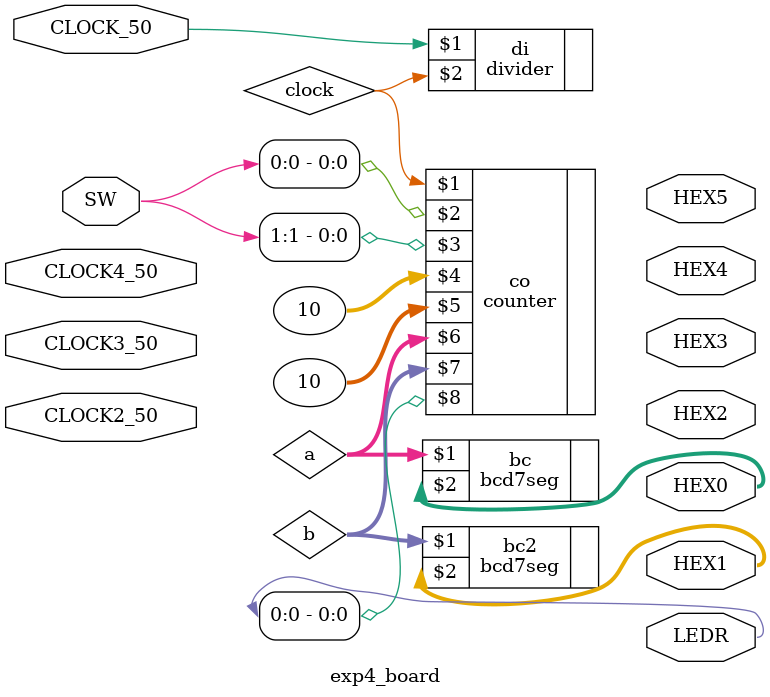
<source format=v>


module exp4_board(

	//////////// CLOCK //////////
	input 		          		CLOCK2_50,
	input 		          		CLOCK3_50,
	input 		          		CLOCK4_50,
	input 		          		CLOCK_50,

	//////////// SW //////////
	input 		     [9:0]		SW,

	//////////// LED //////////
	output		     [9:0]		LEDR,

	//////////// Seg7 //////////
	output		     [6:0]		HEX0,
	output		     [6:0]		HEX1,
	output		     [6:0]		HEX2,
	output		     [6:0]		HEX3,
	output		     [6:0]		HEX4,
	output		     [6:0]		HEX5
);



//=======================================================
//  REG/WIRE declarations
//=======================================================

wire clock;
divider di(CLOCK_50,clock);
wire [3:0] a;
wire [3:0] b;
counter co(clock,SW[0],SW[1],10,10,a,b,LEDR[0]);
bcd7seg bc(a,HEX0);
bcd7seg bc2(b,HEX1);

//=======================================================
//  Structural coding
//=======================================================



endmodule

</source>
